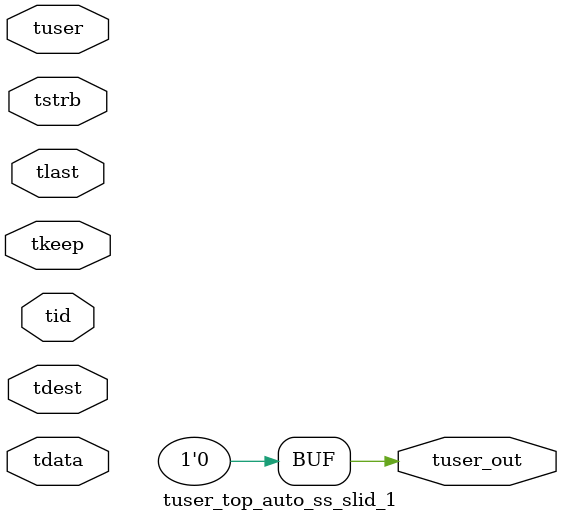
<source format=v>


`timescale 1ps/1ps

module tuser_top_auto_ss_slid_1 #
(
parameter C_S_AXIS_TUSER_WIDTH = 1,
parameter C_S_AXIS_TDATA_WIDTH = 32,
parameter C_S_AXIS_TID_WIDTH   = 0,
parameter C_S_AXIS_TDEST_WIDTH = 0,
parameter C_M_AXIS_TUSER_WIDTH = 1
)
(
input  [(C_S_AXIS_TUSER_WIDTH == 0 ? 1 : C_S_AXIS_TUSER_WIDTH)-1:0     ] tuser,
input  [(C_S_AXIS_TDATA_WIDTH == 0 ? 1 : C_S_AXIS_TDATA_WIDTH)-1:0     ] tdata,
input  [(C_S_AXIS_TID_WIDTH   == 0 ? 1 : C_S_AXIS_TID_WIDTH)-1:0       ] tid,
input  [(C_S_AXIS_TDEST_WIDTH == 0 ? 1 : C_S_AXIS_TDEST_WIDTH)-1:0     ] tdest,
input  [(C_S_AXIS_TDATA_WIDTH/8)-1:0 ] tkeep,
input  [(C_S_AXIS_TDATA_WIDTH/8)-1:0 ] tstrb,
input                                                                    tlast,
output [C_M_AXIS_TUSER_WIDTH-1:0] tuser_out
);

assign tuser_out = {1'b0};

endmodule


</source>
